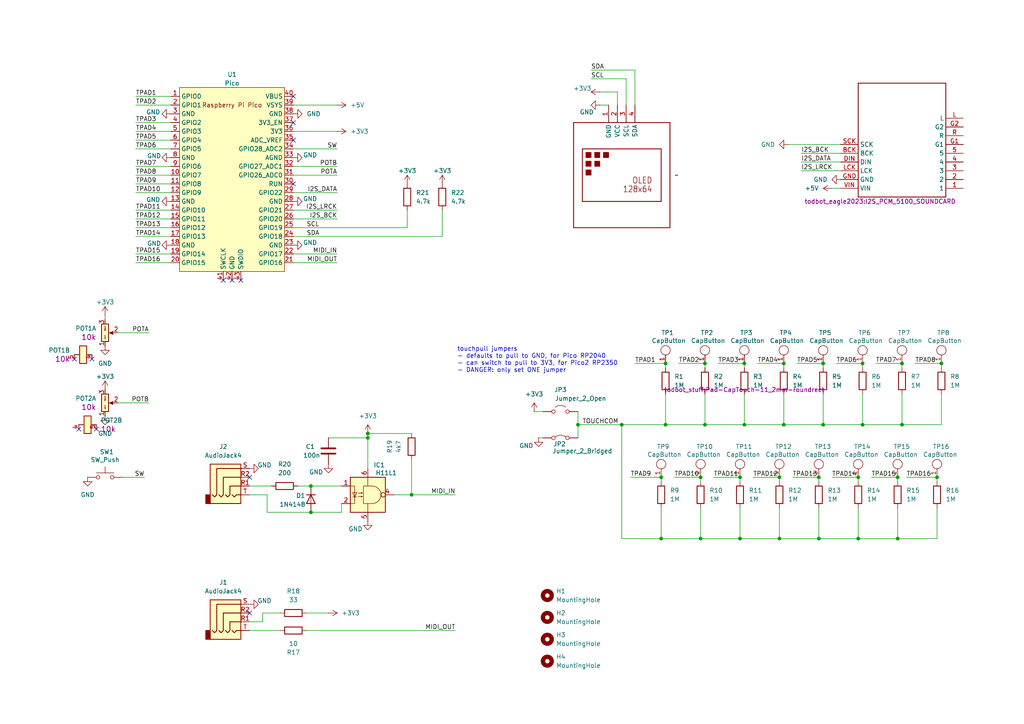
<source format=kicad_sch>
(kicad_sch (version 20250114) (generator "eeschema") (generator_version "9.0")
  (paper "A4")
  (lib_symbols
    (symbol "Connector_Audio:AudioJack4"
      (property "Reference" "J" (at 0 8.89 0))
      (property "Value" "AudioJack4" (at 0 6.35 0))
      (symbol "AudioJack4_1_1"
        (pin passive line (at 5.08 2.54 180) (length 2.54) (name "~") (number "S"))
        (pin passive line (at 5.08 0 180) (length 2.54) (name "~") (number "R2"))
        (pin passive line (at 5.08 -2.54 180) (length 2.54) (name "~") (number "R1"))
        (pin passive line (at 5.08 -5.08 180) (length 2.54) (name "~") (number "T"))
      )
    )
    (symbol "Device:C" (pin_numbers (hide yes)) (pin_names (offset 0.254))
      (property "Reference" "C" (at 0.635 2.54 0))
      (property "Value" "C" (at 0.635 -2.54 0))
      (symbol "C_1_1"
        (pin passive line (at 0 3.81 270) (length 2.794) (name "~") (number "1"))
        (pin passive line (at 0 -3.81 90) (length 2.794) (name "~") (number "2"))
      )
    )
    (symbol "Device:D" (pin_numbers (hide yes)) (pin_names (offset 1.016) (hide yes))
      (property "Reference" "D" (at 0 2.54 0))
      (property "Value" "D" (at 0 -2.54 0))
      (symbol "D_1_1"
        (pin passive line (at -3.81 0 0) (length 2.54) (name "K") (number "1"))
        (pin passive line (at 3.81 0 180) (length 2.54) (name "A") (number "2"))
      )
    )
    (symbol "Device:R" (pin_numbers (hide yes)) (pin_names (offset 0))
      (property "Reference" "R" (at 2.032 0 90))
      (property "Value" "R" (at 0 0 90))
      (symbol "R_1_1"
        (pin passive line (at 0 3.81 270) (length 1.27) (name "~") (number "1"))
        (pin passive line (at 0 -3.81 90) (length 1.27) (name "~") (number "2"))
      )
    )
    (symbol "Isolator:H11L1" (pin_names (offset 1.016))
      (property "Reference" "U" (at 1.27 8.89 0))
      (property "Value" "H11L1" (at 1.27 6.35 0))
      (symbol "H11L1_1_1"
        (pin passive line (at -7.62 2.54 0) (length 2.54) (name "~") (number "1"))
        (pin passive line (at -7.62 -2.54 0) (length 2.54) (name "~") (number "2"))
        (pin no_connect line (at -5.08 0 0) (length 2.54) (hide yes) (name "~") (number "3"))
        (pin power_in line (at 0 7.62 270) (length 2.54) (name "~") (number "6"))
        (pin power_in line (at 0 -7.62 90) (length 2.54) (name "~") (number "5"))
        (pin output inverted (at 7.62 0 180) (length 3.81) (name "~") (number "4"))
      )
    )
    (symbol "Jumper:Jumper_2_Bridged" (pin_numbers (hide yes)) (pin_names (offset 0) (hide yes))
      (property "Reference" "JP" (at 0 1.905 0))
      (property "Value" "Jumper_2_Bridged" (at 0 -2.54 0))
      (symbol "Jumper_2_Bridged_1_1"
        (pin passive line (at -5.08 0 0) (length 2.54) (name "A") (number "1"))
        (pin passive line (at 5.08 0 180) (length 2.54) (name "B") (number "2"))
      )
    )
    (symbol "Jumper:Jumper_2_Open" (pin_numbers (hide yes)) (pin_names (offset 0) (hide yes))
      (property "Reference" "JP" (at 0 2.794 0))
      (property "Value" "Jumper_2_Open" (at 0 -2.286 0))
      (symbol "Jumper_2_Open_1_1"
        (pin passive line (at -5.08 0 0) (length 2.54) (name "A") (number "1"))
        (pin passive line (at 5.08 0 180) (length 2.54) (name "B") (number "2"))
      )
    )
    (symbol "Mechanical:MountingHole" (pin_names (offset 1.016)) (in_bom no)
      (property "Reference" "H" (at 0 5.08 0))
      (property "Value" "MountingHole" (at 0 3.175 0))
    )
    (symbol "PCM_4ms_Potentiometer:9mm_NoDet_10k_DShaft" (pin_names (offset 1.016) (hide yes))
      (property "Reference" "POT" (at -4.572 -0.127 90))
      (property "Display" "10k" (at -2.794 0 90))
      (symbol "9mm_NoDet_10k_DShaft_1_1"
        (text "Left/1" (at 0 1.27 900) (effects (font (size 0.254 0.254))))
        (text "Right/3" (at 0 -1.27 900) (effects (font (size 0.254 0.254))))
        (pin passive line (at 0 3.81 270) (length 1.27) (name "Left") (number "1"))
        (pin passive line (at 0 -3.81 90) (length 1.27) (name "Right") (number "3"))
        (pin passive line (at 3.81 0 180) (length 1.27) (name "Center") (number "2"))
      )
      (symbol "9mm_NoDet_10k_DShaft_2_1"
        (pin passive line (at -2.54 -1.27 90) (length 1.27) (name "Tab1") (number "4"))
        (pin passive line (at 2.54 -1.27 90) (length 1.27) (name "Tab2") (number "5"))
      )
    )
    (symbol "Switch:SW_Push" (pin_numbers (hide yes)) (pin_names (offset 1.016) (hide yes))
      (property "Reference" "SW" (at 1.27 2.54 0))
      (property "Value" "SW_Push" (at 0 -1.524 0))
      (symbol "SW_Push_0_1"
        (pin passive line (at -5.08 0 0) (length 2.54) (name "1") (number "1"))
        (pin passive line (at 5.08 0 180) (length 2.54) (name "2") (number "2"))
      )
    )
    (symbol "power:+3V3" (power) (pin_numbers (hide yes)) (pin_names (offset 0) (hide yes))
      (property "Value" "+3V3" (at 0 3.556 0))
      (symbol "+3V3_1_1"
        (pin power_in line (at 0 0 90) (length 0) (name "~") (number "1"))
      )
    )
    (symbol "power:+5V" (power) (pin_numbers (hide yes)) (pin_names (offset 0) (hide yes))
      (property "Value" "+5V" (at 0 3.556 0))
      (symbol "+5V_1_1"
        (pin power_in line (at 0 0 90) (length 0) (name "~") (number "1"))
      )
    )
    (symbol "power:GND" (power) (pin_numbers (hide yes)) (pin_names (offset 0) (hide yes))
      (property "Value" "GND" (at 0 -3.81 0))
      (symbol "GND_1_1"
        (pin power_in line (at 0 0 270) (length 0) (name "~") (number "1"))
      )
    )
    (symbol "todbot_eagle2023:DISPLAY-OLED-128X64-I2CTOD"
      (symbol "DISPLAY-OLED-128X64-I2CTOD_1_0"
        (text "OLED" (at 7.62 -2.54 0) (effects (font (size 1.778 1.5113)) (justify right bottom)))
        (text "128x64" (at 7.62 -5.08 0) (effects (font (size 1.778 1.5113)) (justify right bottom)))
        (pin power_in line (at -5.08 20.32 270) (length 5.08) (name "GND") (number "1"))
        (pin power_in line (at -2.54 20.32 270) (length 5.08) (name "VCC") (number "2"))
        (pin bidirectional line (at 0 20.32 270) (length 5.08) (name "SCL") (number "3"))
        (pin bidirectional line (at 2.54 20.32 270) (length 5.08) (name "SDA") (number "4"))
      )
    )
    (symbol "todbot_eagle2023:I2S_PCM_51XX_SOUNDCARD"
      (symbol "I2S_PCM_51XX_SOUNDCARD_1_0"
        (pin bidirectional line (at -5.08 15.24 0) (length 5.08) (name "SCK") (number "SCK"))
        (pin bidirectional line (at -5.08 12.7 0) (length 5.08) (name "BCK") (number "BCK"))
        (pin bidirectional line (at -5.08 10.16 0) (length 5.08) (name "DIN") (number "DIN"))
        (pin bidirectional line (at -5.08 7.62 0) (length 5.08) (name "LCK") (number "LCK"))
        (pin bidirectional line (at -5.08 5.08 0) (length 5.08) (name "GND") (number "GND"))
        (pin bidirectional line (at -5.08 2.54 0) (length 5.08) (name "VIN") (number "VIN"))
        (pin bidirectional line (at 30.48 22.86 180) (length 5.08) (name "L") (number "L"))
        (pin bidirectional line (at 30.48 20.32 180) (length 5.08) (name "G2") (number "G2"))
        (pin bidirectional line (at 30.48 17.78 180) (length 5.08) (name "R") (number "R"))
        (pin bidirectional line (at 30.48 15.24 180) (length 5.08) (name "G1") (number "G1"))
        (pin bidirectional line (at 30.48 12.7 180) (length 5.08) (name "5") (number "5"))
        (pin bidirectional line (at 30.48 10.16 180) (length 5.08) (name "4") (number "4"))
        (pin bidirectional line (at 30.48 7.62 180) (length 5.08) (name "3") (number "3"))
        (pin bidirectional line (at 30.48 5.08 180) (length 5.08) (name "2") (number "2"))
        (pin bidirectional line (at 30.48 2.54 180) (length 5.08) (name "1") (number "1"))
      )
    )
    (symbol "todbot_stuff:Capacitive_Button" (pin_names (offset 0) (hide yes))
      (property "Reference" "SW" (at 0 6.35 0))
      (property "Value" "Capacitive_Button" (at 0 -2.54 0))
      (symbol "Capacitive_Button_1_1"
        (pin passive line (at 0 0 90) (length 2.54) (name "A") (number "1"))
      )
    )
    (symbol "todbot_stuff:Pico"
      (property "Reference" "U" (at -13.97 27.94 0))
      (property "Value" "Pico" (at 0 19.05 0))
      (symbol "Pico_0_0"
        (text "Raspberry Pi Pico" (at 0 21.59 0) (effects (font (size 1.27 1.27))))
      )
      (symbol "Pico_1_1"
        (pin bidirectional line (at -17.78 24.13 0) (length 2.54) (name "GPIO0") (number "1"))
        (pin bidirectional line (at -17.78 21.59 0) (length 2.54) (name "GPIO1") (number "2"))
        (pin power_in line (at -17.78 19.05 0) (length 2.54) (name "GND") (number "3"))
        (pin bidirectional line (at -17.78 16.51 0) (length 2.54) (name "GPIO2") (number "4"))
        (pin bidirectional line (at -17.78 13.97 0) (length 2.54) (name "GPIO3") (number "5"))
        (pin bidirectional line (at -17.78 11.43 0) (length 2.54) (name "GPIO4") (number "6"))
        (pin bidirectional line (at -17.78 8.89 0) (length 2.54) (name "GPIO5") (number "7"))
        (pin power_in line (at -17.78 6.35 0) (length 2.54) (name "GND") (number "8"))
        (pin bidirectional line (at -17.78 3.81 0) (length 2.54) (name "GPIO6") (number "9"))
        (pin bidirectional line (at -17.78 1.27 0) (length 2.54) (name "GPIO7") (number "10"))
        (pin bidirectional line (at -17.78 -1.27 0) (length 2.54) (name "GPIO8") (number "11"))
        (pin bidirectional line (at -17.78 -3.81 0) (length 2.54) (name "GPIO9") (number "12"))
        (pin power_in line (at -17.78 -6.35 0) (length 2.54) (name "GND") (number "13"))
        (pin bidirectional line (at -17.78 -8.89 0) (length 2.54) (name "GPIO10") (number "14"))
        (pin bidirectional line (at -17.78 -11.43 0) (length 2.54) (name "GPIO11") (number "15"))
        (pin bidirectional line (at -17.78 -13.97 0) (length 2.54) (name "GPIO12") (number "16"))
        (pin bidirectional line (at -17.78 -16.51 0) (length 2.54) (name "GPIO13") (number "17"))
        (pin power_in line (at -17.78 -19.05 0) (length 2.54) (name "GND") (number "18"))
        (pin bidirectional line (at -17.78 -21.59 0) (length 2.54) (name "GPIO14") (number "19"))
        (pin bidirectional line (at -17.78 -24.13 0) (length 2.54) (name "GPIO15") (number "20"))
        (pin input line (at -2.54 -29.21 90) (length 2.54) (name "SWCLK") (number "41"))
        (pin power_in line (at 0 -29.21 90) (length 2.54) (name "GND") (number "42"))
        (pin bidirectional line (at 2.54 -29.21 90) (length 2.54) (name "SWDIO") (number "43"))
        (pin power_in line (at 17.78 24.13 180) (length 2.54) (name "VBUS") (number "40"))
        (pin power_in line (at 17.78 21.59 180) (length 2.54) (name "VSYS") (number "39"))
        (pin power_in line (at 17.78 19.05 180) (length 2.54) (name "GND") (number "38"))
        (pin input line (at 17.78 16.51 180) (length 2.54) (name "3V3_EN") (number "37"))
        (pin power_out line (at 17.78 13.97 180) (length 2.54) (name "3V3") (number "36"))
        (pin power_in line (at 17.78 11.43 180) (length 2.54) (name "ADC_VREF") (number "35"))
        (pin bidirectional line (at 17.78 8.89 180) (length 2.54) (name "GPIO28_ADC2") (number "34"))
        (pin power_in line (at 17.78 6.35 180) (length 2.54) (name "AGND") (number "33"))
        (pin bidirectional line (at 17.78 3.81 180) (length 2.54) (name "GPIO27_ADC1") (number "32"))
        (pin bidirectional line (at 17.78 1.27 180) (length 2.54) (name "GPIO26_ADC0") (number "31"))
        (pin input line (at 17.78 -1.27 180) (length 2.54) (name "RUN") (number "30"))
        (pin bidirectional line (at 17.78 -3.81 180) (length 2.54) (name "GPIO22") (number "29"))
        (pin power_in line (at 17.78 -6.35 180) (length 2.54) (name "GND") (number "28"))
        (pin bidirectional line (at 17.78 -8.89 180) (length 2.54) (name "GPIO21") (number "27"))
        (pin bidirectional line (at 17.78 -11.43 180) (length 2.54) (name "GPIO20") (number "26"))
        (pin bidirectional line (at 17.78 -13.97 180) (length 2.54) (name "GPIO19") (number "25"))
        (pin bidirectional line (at 17.78 -16.51 180) (length 2.54) (name "GPIO18") (number "24"))
        (pin power_in line (at 17.78 -19.05 180) (length 2.54) (name "GND") (number "23"))
        (pin bidirectional line (at 17.78 -21.59 180) (length 2.54) (name "GPIO17") (number "22"))
        (pin bidirectional line (at 17.78 -24.13 180) (length 2.54) (name "GPIO16") (number "21"))
      )
    )
  )
  (text "touchpull jumpers\n- defaults to pull to GND, for Pico RP2040\n- can switch to pull to 3V3, for Pico2 RP2350\n- DANGER: only set ONE jumper" (at 132.588 100.584 0) (effects (font (size 1.27 1.27)) (justify left top)))
  (junction (at 214.63 156.21))
  (junction (at 261.62 123.19))
  (junction (at 204.47 123.19))
  (junction (at 180.34 123.19))
  (junction (at 261.62 105.41))
  (junction (at 227.33 105.41))
  (junction (at 214.63 138.43))
  (junction (at 106.68 127))
  (junction (at 215.9 105.41))
  (junction (at 238.76 105.41))
  (junction (at 260.35 138.43))
  (junction (at 237.49 156.21))
  (junction (at 191.77 156.21))
  (junction (at 90.17 140.97))
  (junction (at 119.38 143.51))
  (junction (at 250.19 123.19))
  (junction (at 90.17 148.59))
  (junction (at 248.92 156.21))
  (junction (at 260.35 156.21))
  (junction (at 193.04 105.41))
  (junction (at 215.9 123.19))
  (junction (at 271.78 138.43))
  (junction (at 273.05 105.41))
  (junction (at 237.49 138.43))
  (junction (at 227.33 123.19))
  (junction (at 248.92 138.43))
  (junction (at 203.2 156.21))
  (junction (at 167.64 123.19))
  (junction (at 238.76 123.19))
  (junction (at 226.06 156.21))
  (junction (at 106.68 125.73))
  (junction (at 203.2 138.43))
  (junction (at 250.19 105.41))
  (junction (at 204.47 105.41))
  (junction (at 193.04 123.19))
  (junction (at 191.77 138.43))
  (junction (at 226.06 138.43))
  (no_connect (at 26.67 104.14))
  (no_connect (at 21.59 104.14))
  (no_connect (at 85.09 40.64))
  (no_connect (at 72.39 177.8))
  (no_connect (at 85.09 27.94))
  (no_connect (at 85.09 53.34))
  (no_connect (at 72.39 138.43))
  (no_connect (at 27.94 124.46))
  (no_connect (at 22.86 124.46))
  (no_connect (at 67.31 81.28))
  (no_connect (at 64.77 81.28))
  (no_connect (at 85.09 35.56))
  (no_connect (at 69.85 81.28))
  (wire (pts (xy 204.47 123.19) (xy 193.04 123.19)))
  (wire (pts (xy 85.09 55.88) (xy 97.79 55.88)))
  (wire (pts (xy 226.06 138.43) (xy 226.06 139.7)))
  (wire (pts (xy 260.35 147.32) (xy 260.35 156.21)))
  (wire (pts (xy 72.39 182.88) (xy 81.28 182.88)))
  (wire (pts (xy 39.37 30.48) (xy 49.53 30.48)))
  (wire (pts (xy 77.47 143.51) (xy 72.39 143.51)))
  (wire (pts (xy 180.34 123.19) (xy 193.04 123.19)))
  (wire (pts (xy 85.09 73.66) (xy 97.79 73.66)))
  (wire (pts (xy 119.38 133.35) (xy 119.38 143.51)))
  (wire (pts (xy 85.09 66.04) (xy 118.11 66.04)))
  (wire (pts (xy 237.49 138.43) (xy 237.49 139.7)))
  (wire (pts (xy 90.17 140.97) (xy 99.06 140.97)))
  (wire (pts (xy 214.63 156.21) (xy 226.06 156.21)))
  (wire (pts (xy 214.63 138.43) (xy 214.63 139.7)))
  (wire (pts (xy 85.09 30.48) (xy 97.79 30.48)))
  (wire (pts (xy 232.41 46.99) (xy 243.84 46.99)))
  (wire (pts (xy 191.77 156.21) (xy 180.34 156.21)))
  (wire (pts (xy 184.15 30.48) (xy 184.15 20.32)))
  (wire (pts (xy 72.39 140.97) (xy 78.74 140.97)))
  (wire (pts (xy 219.71 105.41) (xy 227.33 105.41)))
  (wire (pts (xy 207.01 138.43) (xy 214.63 138.43)))
  (wire (pts (xy 180.34 156.21) (xy 180.34 123.19)))
  (wire (pts (xy 260.35 156.21) (xy 271.78 156.21)))
  (wire (pts (xy 262.89 138.43) (xy 271.78 138.43)))
  (wire (pts (xy 229.87 138.43) (xy 237.49 138.43)))
  (wire (pts (xy 85.09 63.5) (xy 97.79 63.5)))
  (wire (pts (xy 39.37 48.26) (xy 49.53 48.26)))
  (wire (pts (xy 85.09 76.2) (xy 97.79 76.2)))
  (wire (pts (xy 227.33 123.19) (xy 238.76 123.19)))
  (wire (pts (xy 260.35 138.43) (xy 260.35 139.7)))
  (wire (pts (xy 208.28 105.41) (xy 215.9 105.41)))
  (wire (pts (xy 119.38 143.51) (xy 132.08 143.51)))
  (wire (pts (xy 204.47 114.3) (xy 204.47 123.19)))
  (wire (pts (xy 273.05 114.3) (xy 273.05 123.19)))
  (wire (pts (xy 106.68 125.73) (xy 106.68 127)))
  (wire (pts (xy 237.49 147.32) (xy 237.49 156.21)))
  (wire (pts (xy 106.68 127) (xy 106.68 135.89)))
  (wire (pts (xy 99.06 148.59) (xy 99.06 146.05)))
  (wire (pts (xy 88.9 177.8) (xy 95.25 177.8)))
  (wire (pts (xy 39.37 60.96) (xy 49.53 60.96)))
  (wire (pts (xy 252.73 138.43) (xy 260.35 138.43)))
  (wire (pts (xy 77.47 148.59) (xy 77.47 143.51)))
  (wire (pts (xy 227.33 105.41) (xy 227.33 106.68)))
  (wire (pts (xy 203.2 147.32) (xy 203.2 156.21)))
  (wire (pts (xy 242.57 105.41) (xy 250.19 105.41)))
  (wire (pts (xy 88.9 182.88) (xy 132.08 182.88)))
  (wire (pts (xy 171.45 22.86) (xy 181.61 22.86)))
  (wire (pts (xy 232.41 49.53) (xy 243.84 49.53)))
  (wire (pts (xy 39.37 43.18) (xy 49.53 43.18)))
  (wire (pts (xy 114.3 143.51) (xy 119.38 143.51)))
  (wire (pts (xy 214.63 147.32) (xy 214.63 156.21)))
  (wire (pts (xy 182.88 138.43) (xy 191.77 138.43)))
  (wire (pts (xy 85.09 48.26) (xy 97.79 48.26)))
  (wire (pts (xy 43.18 116.84) (xy 34.29 116.84)))
  (wire (pts (xy 39.37 53.34) (xy 49.53 53.34)))
  (wire (pts (xy 227.33 114.3) (xy 227.33 123.19)))
  (wire (pts (xy 128.27 68.58) (xy 128.27 60.96)))
  (wire (pts (xy 204.47 105.41) (xy 204.47 106.68)))
  (wire (pts (xy 271.78 147.32) (xy 271.78 156.21)))
  (wire (pts (xy 215.9 123.19) (xy 227.33 123.19)))
  (wire (pts (xy 30.48 91.44) (xy 30.48 92.71)))
  (wire (pts (xy 39.37 27.94) (xy 49.53 27.94)))
  (wire (pts (xy 72.39 180.34) (xy 76.2 180.34)))
  (wire (pts (xy 76.2 177.8) (xy 81.28 177.8)))
  (wire (pts (xy 154.94 119.38) (xy 157.48 119.38)))
  (wire (pts (xy 41.91 138.43) (xy 35.56 138.43)))
  (wire (pts (xy 173.99 26.67) (xy 179.07 26.67)))
  (wire (pts (xy 39.37 68.58) (xy 49.53 68.58)))
  (wire (pts (xy 156.21 127) (xy 157.48 127)))
  (wire (pts (xy 261.62 105.41) (xy 261.62 106.68)))
  (wire (pts (xy 196.85 105.41) (xy 204.47 105.41)))
  (wire (pts (xy 39.37 40.64) (xy 49.53 40.64)))
  (wire (pts (xy 241.3 138.43) (xy 248.92 138.43)))
  (wire (pts (xy 261.62 123.19) (xy 250.19 123.19)))
  (wire (pts (xy 214.63 156.21) (xy 203.2 156.21)))
  (wire (pts (xy 184.15 105.41) (xy 193.04 105.41)))
  (wire (pts (xy 85.09 60.96) (xy 97.79 60.96)))
  (wire (pts (xy 195.58 138.43) (xy 203.2 138.43)))
  (wire (pts (xy 228.6 41.91) (xy 243.84 41.91)))
  (wire (pts (xy 232.41 44.45) (xy 243.84 44.45)))
  (wire (pts (xy 106.68 125.73) (xy 119.38 125.73)))
  (wire (pts (xy 203.2 156.21) (xy 191.77 156.21)))
  (wire (pts (xy 250.19 114.3) (xy 250.19 123.19)))
  (wire (pts (xy 118.11 66.04) (xy 118.11 60.96)))
  (wire (pts (xy 248.92 156.21) (xy 237.49 156.21)))
  (wire (pts (xy 238.76 105.41) (xy 238.76 106.68)))
  (wire (pts (xy 167.64 123.19) (xy 180.34 123.19)))
  (wire (pts (xy 203.2 138.43) (xy 203.2 139.7)))
  (wire (pts (xy 39.37 66.04) (xy 49.53 66.04)))
  (wire (pts (xy 193.04 114.3) (xy 193.04 123.19)))
  (wire (pts (xy 39.37 73.66) (xy 49.53 73.66)))
  (wire (pts (xy 261.62 114.3) (xy 261.62 123.19)))
  (wire (pts (xy 250.19 123.19) (xy 238.76 123.19)))
  (wire (pts (xy 171.45 20.32) (xy 184.15 20.32)))
  (wire (pts (xy 271.78 138.43) (xy 271.78 139.7)))
  (wire (pts (xy 39.37 50.8) (xy 49.53 50.8)))
  (wire (pts (xy 76.2 180.34) (xy 76.2 177.8)))
  (wire (pts (xy 39.37 76.2) (xy 49.53 76.2)))
  (wire (pts (xy 231.14 105.41) (xy 238.76 105.41)))
  (wire (pts (xy 86.36 140.97) (xy 90.17 140.97)))
  (wire (pts (xy 85.09 38.1) (xy 97.79 38.1)))
  (wire (pts (xy 250.19 105.41) (xy 250.19 106.68)))
  (wire (pts (xy 85.09 43.18) (xy 97.79 43.18)))
  (wire (pts (xy 85.09 68.58) (xy 128.27 68.58)))
  (wire (pts (xy 193.04 105.41) (xy 193.04 106.68)))
  (wire (pts (xy 39.37 63.5) (xy 49.53 63.5)))
  (wire (pts (xy 215.9 105.41) (xy 215.9 106.68)))
  (wire (pts (xy 273.05 105.41) (xy 273.05 106.68)))
  (wire (pts (xy 215.9 114.3) (xy 215.9 123.19)))
  (wire (pts (xy 191.77 147.32) (xy 191.77 156.21)))
  (wire (pts (xy 34.29 96.52) (xy 43.18 96.52)))
  (wire (pts (xy 39.37 55.88) (xy 49.53 55.88)))
  (wire (pts (xy 191.77 138.43) (xy 191.77 139.7)))
  (wire (pts (xy 181.61 30.48) (xy 181.61 22.86)))
  (wire (pts (xy 218.44 138.43) (xy 226.06 138.43)))
  (wire (pts (xy 226.06 156.21) (xy 237.49 156.21)))
  (wire (pts (xy 248.92 147.32) (xy 248.92 156.21)))
  (wire (pts (xy 167.64 127) (xy 167.64 123.19)))
  (wire (pts (xy 85.09 50.8) (xy 97.79 50.8)))
  (wire (pts (xy 226.06 147.32) (xy 226.06 156.21)))
  (wire (pts (xy 260.35 156.21) (xy 248.92 156.21)))
  (wire (pts (xy 265.43 105.41) (xy 273.05 105.41)))
  (wire (pts (xy 248.92 138.43) (xy 248.92 139.7)))
  (wire (pts (xy 179.07 26.67) (xy 179.07 30.48)))
  (wire (pts (xy 90.17 148.59) (xy 77.47 148.59)))
  (wire (pts (xy 215.9 123.19) (xy 204.47 123.19)))
  (wire (pts (xy 173.99 30.48) (xy 176.53 30.48)))
  (wire (pts (xy 95.25 127) (xy 106.68 127)))
  (wire (pts (xy 261.62 123.19) (xy 273.05 123.19)))
  (wire (pts (xy 99.06 148.59) (xy 90.17 148.59)))
  (wire (pts (xy 241.3 54.61) (xy 243.84 54.61)))
  (wire (pts (xy 39.37 38.1) (xy 49.53 38.1)))
  (wire (pts (xy 254 105.41) (xy 261.62 105.41)))
  (wire (pts (xy 167.64 123.19) (xy 167.64 119.38)))
  (wire (pts (xy 39.37 35.56) (xy 49.53 35.56)))
  (wire (pts (xy 238.76 114.3) (xy 238.76 123.19)))
  (label "TPAD12" (at 218.44 138.43 0))
  (label "SDA" (at 171.45 20.32 0))
  (label "TPAD1" (at 184.15 105.41 0))
  (label "TPAD7" (at 39.37 48.26 0))
  (label "TPAD16" (at 39.37 76.2 0))
  (label "TPAD9" (at 182.88 138.43 0))
  (label "TPAD15" (at 39.37 73.66 0))
  (label "TPAD4" (at 39.37 38.1 0))
  (label "TPAD9" (at 39.37 53.34 0))
  (label "TPAD16" (at 262.89 138.43 0))
  (label "I2S_LRCK" (at 232.41 49.53 0))
  (label "MIDI_IN" (at 132.08 143.51 180))
  (label "TPAD14" (at 39.37 68.58 0))
  (label "TPAD6" (at 242.57 105.41 0))
  (label "TPAD15" (at 252.73 138.43 0))
  (label "MIDI_IN" (at 97.79 73.66 180))
  (label "TOUCHCOM" (at 168.91 123.19 0))
  (label "POTA" (at 97.79 50.8 180))
  (label "MIDI_OUT" (at 132.08 182.88 180))
  (label "TPAD5" (at 231.14 105.41 0))
  (label "TPAD10" (at 195.58 138.43 0))
  (label "TPAD2" (at 196.85 105.41 0))
  (label "SDA" (at 88.9 68.58 0))
  (label "SCL" (at 171.45 22.86 0))
  (label "TPAD5" (at 39.37 40.64 0))
  (label "TPAD12" (at 39.37 63.5 0))
  (label "I2S_LRCK" (at 97.79 60.96 180))
  (label "TPAD6" (at 39.37 43.18 0))
  (label "SCL" (at 88.9 66.04 0))
  (label "I2S_BCK" (at 232.41 44.45 0))
  (label "I2S_DATA" (at 232.41 46.99 0))
  (label "SW" (at 97.79 43.18 180))
  (label "TPAD1" (at 39.37 27.94 0))
  (label "POTB" (at 97.79 48.26 180))
  (label "I2S_DATA" (at 97.79 55.88 180))
  (label "TPAD8" (at 265.43 105.41 0))
  (label "TPAD13" (at 39.37 66.04 0))
  (label "SW" (at 41.91 138.43 180))
  (label "TPAD7" (at 254 105.41 0))
  (label "TPAD11" (at 207.01 138.43 0))
  (label "TPAD3" (at 208.28 105.41 0))
  (label "TPAD4" (at 219.71 105.41 0))
  (label "TPAD10" (at 39.37 55.88 0))
  (label "TPAD11" (at 39.37 60.96 0))
  (label "TPAD13" (at 229.87 138.43 0))
  (label "TPAD2" (at 39.37 30.48 0))
  (label "POTB" (at 43.18 116.84 180))
  (label "I2S_BCK" (at 97.79 63.5 180))
  (label "TPAD14" (at 241.3 138.43 0))
  (label "TPAD8" (at 39.37 50.8 0))
  (label "MIDI_OUT" (at 97.79 76.2 180))
  (label "TPAD3" (at 39.37 35.56 0))
  (label "POTA" (at 43.18 96.52 180))
  (symbol (lib_id "power:GND") (at 72.39 175.26 90) (unit 1)
    (property "Reference" "#PWR021" (effects (hide yes)))
    (property "Value" "GND" (at 74.676 174.244 90) (effects (justify right)))
    (property "Description" "Power symbol creates a global label with name \"GND\" , ground" (effects (hide yes)))
  )
  (symbol (lib_id "power:+3V3") (at 173.99 26.67 90) (unit 1)
    (property "Reference" "#PWR017" (effects (hide yes)))
    (property "Value" "+3V3" (at 168.91 25.654 90))
    (property "Description" "Power symbol creates a global label with name \"+3V3\"" (effects (hide yes)))
  )
  (symbol (lib_id "power:+3V3") (at 95.25 177.8 270) (unit 1)
    (property "Reference" "#PWR023" (effects (hide yes)))
    (property "Value" "+3V3" (at 99.06 177.7999 90) (effects (justify left)))
    (property "Description" "Power symbol creates a global label with name \"+3V3\"" (effects (hide yes)))
  )
  (symbol (lib_id "PCM_4ms_Potentiometer:9mm_NoDet_10k_DShaft") (at 25.4 123.19 0) (unit 2)
    (property "Reference" "POT2" (at 29.21 121.9199 0) (effects (justify left)))
    (property "Value" "9mm_NoDet_10k_DShaft" (effects (hide yes)))
    (property "Footprint" "4ms_Potentiometer:Pot_9mm_DShaft" (effects (hide yes)))
    (property "Description" "10k Linear, 9mm pot, No Detent, D-Shaft" (effects (hide yes)))
    (property "Specifications" "10k Linear, 9mm pot, No Detent, D-Shaft" (effects (hide yes)))
    (property "Manufacturer" " Alpha Taiwan " (effects (hide yes)))
    (property "Part Number" " RV09BCF-40-25F-B10K-007 " (effects (hide yes)))
    (property "Display" "10k" (at 29.21 124.4599 0) (effects (font (size 1.524 1.524)) (justify left)))
  )
  (symbol (lib_id "Connector_Audio:AudioJack4") (at 67.31 177.8 0) (unit 1)
    (property "Reference" "J1" (at 64.77 168.91 0))
    (property "Value" "AudioJack4" (at 64.77 171.45 0))
    (property "Footprint" "todbot_stuff:Jack_3.5mm_PJ320D_Horizontal" (effects (hide yes)))
    (property "Description" "Audio Jack, 4 Poles (TRRS)" (effects (hide yes)))
    (property "LCSC" "C431535" (effects (hide yes)))
  )
  (symbol (lib_id "PCM_4ms_Potentiometer:9mm_NoDet_10k_DShaft") (at 24.13 102.87 0) (mirror y) (unit 2)
    (property "Reference" "POT1" (at 20.32 101.5999 0) (effects (justify left)))
    (property "Value" "9mm_NoDet_10k_DShaft" (effects (hide yes)))
    (property "Footprint" "4ms_Potentiometer:Pot_9mm_DShaft" (effects (hide yes)))
    (property "Description" "10k Linear, 9mm pot, No Detent, D-Shaft" (effects (hide yes)))
    (property "Specifications" "10k Linear, 9mm pot, No Detent, D-Shaft" (effects (hide yes)))
    (property "Manufacturer" " Alpha Taiwan " (effects (hide yes)))
    (property "Part Number" " RV09BCF-40-25F-B10K-007 " (effects (hide yes)))
    (property "Display" "10k" (at 20.32 104.1399 0) (effects (font (size 1.524 1.524)) (justify left)))
  )
  (symbol (lib_id "Mechanical:MountingHole") (at 158.75 191.77 0) (unit 1) (in_bom no)
    (property "Reference" "H4" (at 161.29 190.4999 0) (effects (justify left)))
    (property "Value" "MountingHole" (at 161.29 193.0399 0) (effects (justify left)))
    (property "Footprint" "MountingHole:MountingHole_2.7mm_M2.5" (effects (hide yes)))
    (property "Description" "Mounting Hole without connection" (effects (hide yes)))
  )
  (symbol (lib_id "power:+3V3") (at 97.79 38.1 270) (unit 1)
    (property "Reference" "#PWR010" (effects (hide yes)))
    (property "Value" "+3V3" (at 101.6 38.0999 90) (effects (justify left)))
    (property "Description" "Power symbol creates a global label with name \"+3V3\"" (effects (hide yes)))
  )
  (symbol (lib_id "power:GND") (at 85.09 45.72 90) (unit 1)
    (property "Reference" "#PWR06" (effects (hide yes)))
    (property "Value" "GND" (at 87.884 44.958 90) (effects (justify right)))
    (property "Description" "Power symbol creates a global label with name \"GND\" , ground" (effects (hide yes)))
  )
  (symbol (lib_id "todbot_stuff:Capacitive_Button") (at 203.2 138.43 0) (unit 1)
    (property "Reference" "TP10" (at 201.93 129.54 0) (effects (justify left)))
    (property "Value" "CapButton" (at 199.136 131.826 0) (effects (justify left)))
    (property "Footprint" "todbot_stuff:Pad-CapTouch-11_2mm-roundrect" (effects (hide yes)))
    (property "Description" "Capacitive touch pad" (effects (hide yes)))
  )
  (symbol (lib_id "power:+3V3") (at 30.48 91.44 0) (mirror y) (unit 1)
    (property "Reference" "#PWR013" (effects (hide yes)))
    (property "Value" "+3V3" (at 30.48 87.63 0))
    (property "Description" "Power symbol creates a global label with name \"+3V3\"" (effects (hide yes)))
  )
  (symbol (lib_id "todbot_eagle2023:I2S_PCM_51XX_SOUNDCARD") (at 248.92 57.15 0) (unit 1)
    (property "Reference" "MODULE1" (effects (hide yes)))
    (property "Footprint" "todbot_eagle2023:I2S_PCM_5100_SOUNDCARD" (at 255.27 58.42 0))
  )
  (symbol (lib_id "todbot_stuff:Capacitive_Button") (at 248.92 138.43 0) (unit 1)
    (property "Reference" "TP14" (at 247.65 129.54 0) (effects (justify left)))
    (property "Value" "CapButton" (at 244.856 131.826 0) (effects (justify left)))
    (property "Footprint" "todbot_stuff:Pad-CapTouch-11_2mm-roundrect" (effects (hide yes)))
    (property "Description" "Capacitive touch pad" (effects (hide yes)))
  )
  (symbol (lib_id "Device:R") (at 215.9 110.49 0) (unit 1)
    (property "Reference" "R3" (at 218.44 109.2199 0) (effects (justify left)))
    (property "Value" "1M" (at 218.44 111.7599 0) (effects (justify left)))
    (property "Footprint" "Resistor_SMD:R_0603_1608Metric" (effects (hide yes)))
    (property "Description" "Resistor" (effects (hide yes)))
  )
  (symbol (lib_id "todbot_stuff:Capacitive_Button") (at 261.62 105.41 0) (unit 1)
    (property "Reference" "TP7" (at 260.35 96.52 0) (effects (justify left)))
    (property "Value" "CapButton" (at 257.556 98.806 0) (effects (justify left)))
    (property "Footprint" "todbot_stuff:Pad-CapTouch-11_2mm-roundrect" (effects (hide yes)))
    (property "Description" "Capacitive touch pad" (effects (hide yes)))
  )
  (symbol (lib_id "Device:R") (at 128.27 57.15 0) (unit 1)
    (property "Reference" "R22" (at 130.81 55.8799 0) (effects (justify left)))
    (property "Value" "4.7k" (at 130.81 58.4199 0) (effects (justify left)))
    (property "Footprint" "Resistor_SMD:R_0603_1608Metric" (effects (hide yes)))
    (property "Description" "Resistor" (effects (hide yes)))
  )
  (symbol (lib_id "Device:R") (at 191.77 143.51 0) (unit 1)
    (property "Reference" "R9" (at 194.31 142.2399 0) (effects (justify left)))
    (property "Value" "1M" (at 194.31 144.7799 0) (effects (justify left)))
    (property "Footprint" "Resistor_SMD:R_0603_1608Metric" (effects (hide yes)))
    (property "Description" "Resistor" (effects (hide yes)))
  )
  (symbol (lib_id "todbot_stuff:Capacitive_Button") (at 191.77 138.43 0) (unit 1)
    (property "Reference" "TP9" (at 190.5 129.54 0) (effects (justify left)))
    (property "Value" "CapButton" (at 187.706 131.826 0) (effects (justify left)))
    (property "Footprint" "todbot_stuff:Pad-CapTouch-11_2mm-roundrect" (effects (hide yes)))
    (property "Description" "Capacitive touch pad" (effects (hide yes)))
  )
  (symbol (lib_id "Device:R") (at 203.2 143.51 0) (unit 1)
    (property "Reference" "R10" (at 205.74 142.2399 0) (effects (justify left)))
    (property "Value" "1M" (at 205.74 144.7799 0) (effects (justify left)))
    (property "Footprint" "Resistor_SMD:R_0603_1608Metric" (effects (hide yes)))
    (property "Description" "Resistor" (effects (hide yes)))
  )
  (symbol (lib_id "todbot_stuff:Capacitive_Button") (at 193.04 105.41 0) (unit 1)
    (property "Reference" "TP1" (at 191.77 96.52 0) (effects (justify left)))
    (property "Value" "CapButton" (at 188.976 98.806 0) (effects (justify left)))
    (property "Footprint" "todbot_stuff:Pad-CapTouch-11_2mm-roundrect" (effects (hide yes)))
    (property "Description" "Capacitive touch pad" (effects (hide yes)))
  )
  (symbol (lib_id "Connector_Audio:AudioJack4") (at 67.31 138.43 0) (unit 1)
    (property "Reference" "J2" (at 64.77 129.54 0))
    (property "Value" "AudioJack4" (at 64.77 132.08 0))
    (property "Footprint" "todbot_stuff:Jack_3.5mm_PJ320D_Horizontal" (effects (hide yes)))
    (property "Description" "Audio Jack, 4 Poles (TRRS)" (effects (hide yes)))
    (property "LCSC" "C431535" (effects (hide yes)))
  )
  (symbol (lib_id "todbot_stuff:Capacitive_Button") (at 238.76 105.41 0) (unit 1)
    (property "Reference" "TP5" (at 237.49 96.52 0) (effects (justify left)))
    (property "Value" "CapButton" (at 234.696 98.806 0) (effects (justify left)))
    (property "Footprint" "todbot_stuff:Pad-CapTouch-11_2mm-roundrect" (effects (hide yes)))
    (property "Description" "Capacitive touch pad" (effects (hide yes)))
  )
  (symbol (lib_id "Device:R") (at 250.19 110.49 0) (unit 1)
    (property "Reference" "R6" (at 252.73 109.2199 0) (effects (justify left)))
    (property "Value" "1M" (at 252.73 111.7599 0) (effects (justify left)))
    (property "Footprint" "Resistor_SMD:R_0603_1608Metric" (effects (hide yes)))
    (property "Description" "Resistor" (effects (hide yes)))
  )
  (symbol (lib_id "Isolator:H11L1") (at 106.68 143.51 0) (unit 1)
    (property "Reference" "IC1" (at 109.982 134.874 0))
    (property "Value" "H11L1" (at 112.014 137.16 0))
    (property "Footprint" "easyeda2kicad:SMD-6_L7.3-W6.5-P2.54-LS10.2-BL" (effects (hide yes)))
    (property "Datasheet" "https://www.onsemi.com/pub/Collateral/H11L3M-D.PDF" (effects (hide yes)))
    (property "Description" "Schmitt Trigger Output Optocoupler, High Speed, DIP-6, 1.6mA turn on threshold" (effects (hide yes)))
    (property "LCSC" "C78589" (effects (hide yes)))
  )
  (symbol (lib_id "Mechanical:MountingHole") (at 158.75 185.42 0) (unit 1) (in_bom no)
    (property "Reference" "H3" (at 161.29 184.1499 0) (effects (justify left)))
    (property "Value" "MountingHole" (at 161.29 186.6899 0) (effects (justify left)))
    (property "Footprint" "MountingHole:MountingHole_2.7mm_M2.5" (effects (hide yes)))
    (property "Description" "Mounting Hole without connection" (effects (hide yes)))
  )
  (symbol (lib_id "power:GND") (at 85.09 71.12 90) (unit 1)
    (property "Reference" "#PWR08" (effects (hide yes)))
    (property "Value" "GND" (at 87.884 70.358 90) (effects (justify right)))
    (property "Description" "Power symbol creates a global label with name \"GND\" , ground" (effects (hide yes)))
  )
  (symbol (lib_id "Device:R") (at 237.49 143.51 0) (unit 1)
    (property "Reference" "R13" (at 240.03 142.2399 0) (effects (justify left)))
    (property "Value" "1M" (at 240.03 144.7799 0) (effects (justify left)))
    (property "Footprint" "Resistor_SMD:R_0603_1608Metric" (effects (hide yes)))
    (property "Description" "Resistor" (effects (hide yes)))
  )
  (symbol (lib_id "power:GND") (at 25.4 138.43 0) (mirror y) (unit 1)
    (property "Reference" "#PWR015" (effects (hide yes)))
    (property "Value" "GND" (at 25.4 143.51 0))
    (property "Description" "Power symbol creates a global label with name \"GND\" , ground" (effects (hide yes)))
  )
  (symbol (lib_id "Device:R") (at 119.38 129.54 0) (mirror x) (unit 1)
    (property "Reference" "R19" (at 113.03 129.54 90))
    (property "Value" "4k7" (at 115.57 129.54 90))
    (property "Footprint" "Resistor_SMD:R_0603_1608Metric" (effects (hide yes)))
    (property "Description" "Resistor" (effects (hide yes)))
  )
  (symbol (lib_id "Device:R") (at 85.09 182.88 270) (mirror x) (unit 1)
    (property "Reference" "R17" (at 85.09 189.23 90))
    (property "Value" "10" (at 85.09 186.69 90))
    (property "Footprint" "Resistor_SMD:R_0603_1608Metric" (effects (hide yes)))
    (property "Description" "Resistor" (effects (hide yes)))
  )
  (symbol (lib_id "power:GND") (at 30.48 100.33 0) (mirror y) (unit 1)
    (property "Reference" "#PWR014" (effects (hide yes)))
    (property "Value" "GND" (at 30.48 105.41 0))
    (property "Description" "Power symbol creates a global label with name \"GND\" , ground" (effects (hide yes)))
  )
  (symbol (lib_id "power:+5V") (at 97.79 30.48 270) (unit 1)
    (property "Reference" "#PWR09" (effects (hide yes)))
    (property "Value" "+5V" (at 101.6 30.4799 90) (effects (justify left)))
    (property "Description" "Power symbol creates a global label with name \"+5V\"" (effects (hide yes)))
  )
  (symbol (lib_id "todbot_stuff:Capacitive_Button") (at 271.78 138.43 0) (unit 1)
    (property "Reference" "TP16" (at 270.51 129.54 0) (effects (justify left)))
    (property "Value" "CapButton" (at 267.716 131.826 0) (effects (justify left)))
    (property "Footprint" "todbot_stuff:Pad-CapTouch-11_2mm-roundrect" (effects (hide yes)))
    (property "Description" "Capacitive touch pad" (effects (hide yes)))
  )
  (symbol (lib_id "Mechanical:MountingHole") (at 158.75 179.07 0) (unit 1) (in_bom no)
    (property "Reference" "H2" (at 161.29 177.7999 0) (effects (justify left)))
    (property "Value" "MountingHole" (at 161.29 180.3399 0) (effects (justify left)))
    (property "Footprint" "MountingHole:MountingHole_2.7mm_M2.5" (effects (hide yes)))
    (property "Description" "Mounting Hole without connection" (effects (hide yes)))
  )
  (symbol (lib_id "Device:R") (at 260.35 143.51 0) (unit 1)
    (property "Reference" "R15" (at 262.89 142.2399 0) (effects (justify left)))
    (property "Value" "1M" (at 262.89 144.7799 0) (effects (justify left)))
    (property "Footprint" "Resistor_SMD:R_0603_1608Metric" (effects (hide yes)))
    (property "Description" "Resistor" (effects (hide yes)))
  )
  (symbol (lib_id "power:GND") (at 156.21 127 0) (unit 1)
    (property "Reference" "#PWR031" (effects (hide yes)))
    (property "Value" "GND" (at 154.686 129.286 0) (effects (justify right)))
    (property "Description" "Power symbol creates a global label with name \"GND\" , ground" (effects (hide yes)))
  )
  (symbol (lib_id "Device:R") (at 118.11 57.15 0) (unit 1)
    (property "Reference" "R21" (at 120.65 55.8799 0) (effects (justify left)))
    (property "Value" "4.7k" (at 120.65 58.4199 0) (effects (justify left)))
    (property "Footprint" "Resistor_SMD:R_0603_1608Metric" (effects (hide yes)))
    (property "Description" "Resistor" (effects (hide yes)))
  )
  (symbol (lib_id "power:GND") (at 72.39 135.89 90) (unit 1)
    (property "Reference" "#PWR020" (effects (hide yes)))
    (property "Value" "GND" (at 74.676 134.874 90) (effects (justify right)))
    (property "Description" "Power symbol creates a global label with name \"GND\" , ground" (effects (hide yes)))
  )
  (symbol (lib_id "Jumper:Jumper_2_Open") (at 162.56 119.38 0) (unit 1)
    (property "Reference" "JP3" (at 162.56 113.03 0))
    (property "Value" "Jumper_2_Open" (at 168.402 115.57 0))
    (property "Footprint" "Jumper:SolderJumper-2_P1.3mm_Open_RoundedPad1.0x1.5mm" (effects (hide yes)))
    (property "Description" "Jumper, 2-pole, open" (effects (hide yes)))
  )
  (symbol (lib_id "todbot_stuff:Capacitive_Button") (at 260.35 138.43 0) (unit 1)
    (property "Reference" "TP15" (at 259.08 129.54 0) (effects (justify left)))
    (property "Value" "CapButton" (at 256.286 131.826 0) (effects (justify left)))
    (property "Footprint" "todbot_stuff:Pad-CapTouch-11_2mm-roundrect" (effects (hide yes)))
    (property "Description" "Capacitive touch pad" (effects (hide yes)))
  )
  (symbol (lib_id "todbot_stuff:Capacitive_Button") (at 226.06 138.43 0) (unit 1)
    (property "Reference" "TP12" (at 224.79 129.54 0) (effects (justify left)))
    (property "Value" "CapButton" (at 221.996 131.826 0) (effects (justify left)))
    (property "Footprint" "todbot_stuff:Pad-CapTouch-11_2mm-roundrect" (effects (hide yes)))
    (property "Description" "Capacitive touch pad" (effects (hide yes)))
  )
  (symbol (lib_id "Device:C") (at 95.25 130.81 0) (unit 1)
    (property "Reference" "C1" (at 88.646 129.54 0) (effects (justify left)))
    (property "Value" "100n" (at 87.884 132.08 0) (effects (justify left)))
    (property "Footprint" "Capacitor_SMD:C_0603_1608Metric" (effects (hide yes)))
    (property "Description" "Unpolarized capacitor" (effects (hide yes)))
  )
  (symbol (lib_id "todbot_stuff:Capacitive_Button") (at 273.05 105.41 0) (unit 1)
    (property "Reference" "TP8" (at 271.78 96.52 0) (effects (justify left)))
    (property "Value" "CapButton" (at 268.986 98.806 0) (effects (justify left)))
    (property "Footprint" "todbot_stuff:Pad-CapTouch-11_2mm-roundrect" (effects (hide yes)))
    (property "Description" "Capacitive touch pad" (effects (hide yes)))
  )
  (symbol (lib_id "power:+3V3") (at 154.94 119.38 0) (mirror y) (unit 1)
    (property "Reference" "#PWR032" (effects (hide yes)))
    (property "Value" "+3V3" (at 154.94 114.3 0))
    (property "Description" "Power symbol creates a global label with name \"+3V3\"" (effects (hide yes)))
  )
  (symbol (lib_id "Device:D") (at 90.17 144.78 270) (unit 1)
    (property "Reference" "D1" (at 85.852 143.764 90) (effects (justify left)))
    (property "Value" "1N4148" (at 81.026 146.304 90) (effects (justify left)))
    (property "Footprint" "Diode_SMD:D_SOD-123" (effects (hide yes)))
    (property "Description" "Diode" (effects (hide yes)))
    (property "Sim.Device" "D" (effects (hide yes)))
    (property "Sim.Pins" "1=K 2=A" (effects (hide yes)))
  )
  (symbol (lib_id "Device:R") (at 238.76 110.49 0) (unit 1)
    (property "Reference" "R5" (at 241.3 109.2199 0) (effects (justify left)))
    (property "Value" "1M" (at 241.3 111.7599 0) (effects (justify left)))
    (property "Footprint" "Resistor_SMD:R_0603_1608Metric" (effects (hide yes)))
    (property "Description" "Resistor" (effects (hide yes)))
  )
  (symbol (lib_id "power:GND") (at 228.6 41.91 270) (unit 1)
    (property "Reference" "#PWR028" (effects (hide yes)))
    (property "Value" "GND" (at 224.79 41.9099 90) (effects (justify right)))
    (property "Description" "Power symbol creates a global label with name \"GND\" , ground" (effects (hide yes)))
  )
  (symbol (lib_id "power:+3V3") (at 128.27 53.34 0) (unit 1)
    (property "Reference" "#PWR012" (effects (hide yes)))
    (property "Value" "+3V3" (at 128.27 49.53 0))
    (property "Description" "Power symbol creates a global label with name \"+3V3\"" (effects (hide yes)))
  )
  (symbol (lib_id "todbot_eagle2023:DISPLAY-OLED-128X64-I2CTOD") (at 181.61 50.8 0) (unit 1)
    (property "Reference" "DISP1" (effects (hide yes)))
    (property "Value" "~" (at 195.58 50.8 0) (effects (font (size 1.778 1.5113)) (justify left)))
    (property "Footprint" "todbot_stuff:OLED-TH_over_L27.8-W27.2-P2.54_C9900033791" (effects (hide yes)))
    (property "Description" "128x64 Dot Matrix OLED Module based on SSD1306 chip Variant with I2C interface\n\nMore details available here: http://www.instructables.com/id/Monochrome-096-i2c-OLED-display-with-arduino-SSD13/ http://www.instructables.com/id/Monochrome-096-i2c-OLED-display-with-arduino-SSD13/\n\nSSD1306 datasheet:\nhttps://cdn-shop.adafruit.com/datasheets/SSD1306.pdf https://cdn-shop.adafruit.com/datasheets/SSD1306.pdf\n\nhttp://www.ebay.com/sch/oled+display+128x64+iic Click here to find device on ebay.com Note: There are two variants: I2C and SPI. Search for the proper version." (effects (hide yes)))
  )
  (symbol (lib_id "power:+3V3") (at 106.68 125.73 0) (mirror y) (unit 1)
    (property "Reference" "#PWR024" (effects (hide yes)))
    (property "Value" "+3V3" (at 106.68 120.65 0))
    (property "Description" "Power symbol creates a global label with name \"+3V3\"" (effects (hide yes)))
  )
  (symbol (lib_id "todbot_stuff:Capacitive_Button") (at 214.63 138.43 0) (unit 1)
    (property "Reference" "TP11" (at 213.36 129.54 0) (effects (justify left)))
    (property "Value" "CapButton" (at 210.566 131.826 0) (effects (justify left)))
    (property "Footprint" "todbot_stuff:Pad-CapTouch-11_2mm-roundrect" (effects (hide yes)))
    (property "Description" "Capacitive touch pad" (effects (hide yes)))
  )
  (symbol (lib_id "power:GND") (at 49.53 45.72 270) (unit 1)
    (property "Reference" "#PWR02" (effects (hide yes)))
    (property "Value" "GND" (at 46.736 45.212 90) (effects (justify right)))
    (property "Description" "Power symbol creates a global label with name \"GND\" , ground" (effects (hide yes)))
  )
  (symbol (lib_id "power:+3V3") (at 118.11 53.34 0) (unit 1)
    (property "Reference" "#PWR011" (effects (hide yes)))
    (property "Value" "+3V3" (at 118.11 49.53 0))
    (property "Description" "Power symbol creates a global label with name \"+3V3\"" (effects (hide yes)))
  )
  (symbol (lib_id "power:GND") (at 49.53 71.12 270) (unit 1)
    (property "Reference" "#PWR04" (effects (hide yes)))
    (property "Value" "GND" (at 46.736 70.612 90) (effects (justify right)))
    (property "Description" "Power symbol creates a global label with name \"GND\" , ground" (effects (hide yes)))
  )
  (symbol (lib_id "todbot_stuff:Capacitive_Button") (at 237.49 138.43 0) (unit 1)
    (property "Reference" "TP13" (at 236.22 129.54 0) (effects (justify left)))
    (property "Value" "CapButton" (at 233.426 131.826 0) (effects (justify left)))
    (property "Footprint" "todbot_stuff:Pad-CapTouch-11_2mm-roundrect" (effects (hide yes)))
    (property "Description" "Capacitive touch pad" (effects (hide yes)))
  )
  (symbol (lib_id "power:GND") (at 85.09 33.02 90) (unit 1)
    (property "Reference" "#PWR05" (effects (hide yes)))
    (property "Value" "GND" (at 88.9 33.0199 90) (effects (justify right)))
    (property "Description" "Power symbol creates a global label with name \"GND\" , ground" (effects (hide yes)))
  )
  (symbol (lib_id "Jumper:Jumper_2_Bridged") (at 162.56 127 0) (unit 1)
    (property "Reference" "JP2" (at 162.306 128.778 0))
    (property "Value" "Jumper_2_Bridged" (at 168.91 130.81 0))
    (property "Footprint" "Jumper:SolderJumper-2_P1.3mm_Bridged_RoundedPad1.0x1.5mm" (effects (hide yes)))
    (property "Description" "Jumper, 2-pole, closed/bridged" (effects (hide yes)))
  )
  (symbol (lib_id "power:GND") (at 243.84 52.07 270) (unit 1)
    (property "Reference" "#PWR026" (effects (hide yes)))
    (property "Value" "GND" (at 240.03 52.0699 90) (effects (justify right)))
    (property "Description" "Power symbol creates a global label with name \"GND\" , ground" (effects (hide yes)))
  )
  (symbol (lib_id "Device:R") (at 271.78 143.51 0) (unit 1)
    (property "Reference" "R16" (at 274.32 142.2399 0) (effects (justify left)))
    (property "Value" "1M" (at 274.32 144.7799 0) (effects (justify left)))
    (property "Footprint" "Resistor_SMD:R_0603_1608Metric" (effects (hide yes)))
    (property "Description" "Resistor" (effects (hide yes)))
  )
  (symbol (lib_id "power:GND") (at 106.68 151.13 0) (unit 1)
    (property "Reference" "#PWR025" (effects (hide yes)))
    (property "Value" "GND" (at 105.156 153.416 0) (effects (justify right)))
    (property "Description" "Power symbol creates a global label with name \"GND\" , ground" (effects (hide yes)))
  )
  (symbol (lib_id "Device:R") (at 82.55 140.97 90) (mirror x) (unit 1)
    (property "Reference" "R20" (at 82.55 134.62 90))
    (property "Value" "200" (at 82.55 137.16 90))
    (property "Footprint" "Resistor_SMD:R_0603_1608Metric" (effects (hide yes)))
    (property "Description" "Resistor" (effects (hide yes)))
  )
  (symbol (lib_id "PCM_4ms_Potentiometer:9mm_NoDet_10k_DShaft") (at 30.48 116.84 0) (mirror x) (unit 1)
    (property "Reference" "POT2" (at 27.94 115.5699 0) (effects (justify right)))
    (property "Value" "9mm_NoDet_10k_DShaft" (effects (hide yes)))
    (property "Footprint" "4ms_Potentiometer:Pot_9mm_DShaft" (effects (hide yes)))
    (property "Description" "10k Linear, 9mm pot, No Detent, D-Shaft" (effects (hide yes)))
    (property "Specifications" "10k Linear, 9mm pot, No Detent, D-Shaft" (effects (hide yes)))
    (property "Manufacturer" " Alpha Taiwan " (effects (hide yes)))
    (property "Part Number" " RV09BCF-40-25F-B10K-007 " (effects (hide yes)))
    (property "Display" "10k" (at 27.94 118.1099 0) (effects (font (size 1.524 1.524)) (justify right)))
  )
  (symbol (lib_id "Device:R") (at 261.62 110.49 0) (unit 1)
    (property "Reference" "R7" (at 264.16 109.2199 0) (effects (justify left)))
    (property "Value" "1M" (at 264.16 111.7599 0) (effects (justify left)))
    (property "Footprint" "Resistor_SMD:R_0603_1608Metric" (effects (hide yes)))
    (property "Description" "Resistor" (effects (hide yes)))
  )
  (symbol (lib_id "todbot_stuff:Capacitive_Button") (at 215.9 105.41 0) (unit 1)
    (property "Reference" "TP3" (at 214.63 96.52 0) (effects (justify left)))
    (property "Value" "CapButton" (at 211.836 98.806 0) (effects (justify left)))
    (property "Footprint" "todbot_stuff:Pad-CapTouch-11_2mm-roundrect" (at 215.9 113.03 0))
    (property "Description" "Capacitive touch pad" (effects (hide yes)))
  )
  (symbol (lib_id "Device:R") (at 204.47 110.49 0) (unit 1)
    (property "Reference" "R2" (at 207.01 109.2199 0) (effects (justify left)))
    (property "Value" "1M" (at 207.01 111.7599 0) (effects (justify left)))
    (property "Footprint" "Resistor_SMD:R_0603_1608Metric" (effects (hide yes)))
    (property "Description" "Resistor" (effects (hide yes)))
  )
  (symbol (lib_id "Device:R") (at 227.33 110.49 0) (unit 1)
    (property "Reference" "R4" (at 229.87 109.2199 0) (effects (justify left)))
    (property "Value" "1M" (at 229.87 111.7599 0) (effects (justify left)))
    (property "Footprint" "Resistor_SMD:R_0603_1608Metric" (effects (hide yes)))
    (property "Description" "Resistor" (effects (hide yes)))
  )
  (symbol (lib_id "Device:R") (at 226.06 143.51 0) (unit 1)
    (property "Reference" "R12" (at 228.6 142.2399 0) (effects (justify left)))
    (property "Value" "1M" (at 228.6 144.7799 0) (effects (justify left)))
    (property "Footprint" "Resistor_SMD:R_0603_1608Metric" (effects (hide yes)))
    (property "Description" "Resistor" (effects (hide yes)))
  )
  (symbol (lib_id "todbot_stuff:Capacitive_Button") (at 204.47 105.41 0) (unit 1)
    (property "Reference" "TP2" (at 203.2 96.52 0) (effects (justify left)))
    (property "Value" "CapButton" (at 200.406 98.806 0) (effects (justify left)))
    (property "Footprint" "todbot_stuff:Pad-CapTouch-11_2mm-roundrect" (effects (hide yes)))
    (property "Description" "Capacitive touch pad" (effects (hide yes)))
  )
  (symbol (lib_id "power:GND") (at 95.25 134.62 0) (unit 1)
    (property "Reference" "#PWR022" (effects (hide yes)))
    (property "Value" "GND" (at 93.726 136.906 0) (effects (justify right)))
    (property "Description" "Power symbol creates a global label with name \"GND\" , ground" (effects (hide yes)))
  )
  (symbol (lib_id "Device:R") (at 248.92 143.51 0) (unit 1)
    (property "Reference" "R14" (at 251.46 142.2399 0) (effects (justify left)))
    (property "Value" "1M" (at 251.46 144.7799 0) (effects (justify left)))
    (property "Footprint" "Resistor_SMD:R_0603_1608Metric" (effects (hide yes)))
    (property "Description" "Resistor" (effects (hide yes)))
  )
  (symbol (lib_id "Device:R") (at 193.04 110.49 0) (unit 1)
    (property "Reference" "R1" (at 195.58 109.2199 0) (effects (justify left)))
    (property "Value" "1M" (at 195.58 111.7599 0) (effects (justify left)))
    (property "Footprint" "Resistor_SMD:R_0603_1608Metric" (effects (hide yes)))
    (property "Description" "Resistor" (effects (hide yes)))
  )
  (symbol (lib_id "power:+5V") (at 241.3 54.61 90) (unit 1)
    (property "Reference" "#PWR027" (effects (hide yes)))
    (property "Value" "+5V" (at 237.49 54.6099 90) (effects (justify left)))
    (property "Description" "Power symbol creates a global label with name \"+5V\"" (effects (hide yes)))
  )
  (symbol (lib_id "PCM_4ms_Potentiometer:9mm_NoDet_10k_DShaft") (at 30.48 96.52 0) (mirror x) (unit 1)
    (property "Reference" "POT1" (at 27.94 95.2499 0) (effects (justify right)))
    (property "Value" "9mm_NoDet_10k_DShaft" (effects (hide yes)))
    (property "Footprint" "4ms_Potentiometer:Pot_9mm_DShaft" (effects (hide yes)))
    (property "Description" "10k Linear, 9mm pot, No Detent, D-Shaft" (effects (hide yes)))
    (property "Specifications" "10k Linear, 9mm pot, No Detent, D-Shaft" (effects (hide yes)))
    (property "Manufacturer" " Alpha Taiwan " (effects (hide yes)))
    (property "Part Number" " RV09BCF-40-25F-B10K-007 " (effects (hide yes)))
    (property "Display" "10k" (at 27.94 97.7899 0) (effects (font (size 1.524 1.524)) (justify right)))
  )
  (symbol (lib_id "Device:R") (at 214.63 143.51 0) (unit 1)
    (property "Reference" "R11" (at 217.17 142.2399 0) (effects (justify left)))
    (property "Value" "1M" (at 217.17 144.7799 0) (effects (justify left)))
    (property "Footprint" "Resistor_SMD:R_0603_1608Metric" (effects (hide yes)))
    (property "Description" "Resistor" (effects (hide yes)))
  )
  (symbol (lib_id "todbot_stuff:Pico") (at 67.31 52.07 0) (unit 1)
    (property "Reference" "U1" (at 67.31 21.59 0))
    (property "Value" "Pico" (at 67.31 24.13 0))
    (property "Footprint" "todbot_RPI_Pico:RPi_Pico_SMD_TH" (effects (hide yes)))
  )
  (symbol (lib_id "power:GND") (at 49.53 33.02 270) (unit 1)
    (property "Reference" "#PWR01" (effects (hide yes)))
    (property "Value" "GND" (at 46.482 32.512 90) (effects (justify right)))
    (property "Description" "Power symbol creates a global label with name \"GND\" , ground" (effects (hide yes)))
  )
  (symbol (lib_id "power:GND") (at 173.99 30.48 270) (unit 1)
    (property "Reference" "#PWR016" (effects (hide yes)))
    (property "Value" "GND" (at 170.18 32.512 90))
    (property "Description" "Power symbol creates a global label with name \"GND\" , ground" (effects (hide yes)))
  )
  (symbol (lib_id "power:GND") (at 85.09 58.42 90) (unit 1)
    (property "Reference" "#PWR07" (effects (hide yes)))
    (property "Value" "GND" (at 87.884 57.658 90) (effects (justify right)))
    (property "Description" "Power symbol creates a global label with name \"GND\" , ground" (effects (hide yes)))
  )
  (symbol (lib_id "todbot_stuff:Capacitive_Button") (at 227.33 105.41 0) (unit 1)
    (property "Reference" "TP4" (at 226.06 96.52 0) (effects (justify left)))
    (property "Value" "CapButton" (at 223.266 98.806 0) (effects (justify left)))
    (property "Footprint" "todbot_stuff:Pad-CapTouch-11_2mm-roundrect" (effects (hide yes)))
    (property "Description" "Capacitive touch pad" (effects (hide yes)))
  )
  (symbol (lib_id "Device:R") (at 85.09 177.8 90) (mirror x) (unit 1)
    (property "Reference" "R18" (at 85.09 171.45 90))
    (property "Value" "33" (at 85.09 173.99 90))
    (property "Footprint" "Resistor_SMD:R_0603_1608Metric" (effects (hide yes)))
    (property "Description" "Resistor" (effects (hide yes)))
  )
  (symbol (lib_id "power:GND") (at 49.53 58.42 270) (unit 1)
    (property "Reference" "#PWR03" (effects (hide yes)))
    (property "Value" "GND" (at 46.482 57.912 90) (effects (justify right)))
    (property "Description" "Power symbol creates a global label with name \"GND\" , ground" (effects (hide yes)))
  )
  (symbol (lib_id "Mechanical:MountingHole") (at 158.75 172.72 0) (unit 1) (in_bom no)
    (property "Reference" "H1" (at 161.29 171.4499 0) (effects (justify left)))
    (property "Value" "MountingHole" (at 161.29 173.9899 0) (effects (justify left)))
    (property "Footprint" "MountingHole:MountingHole_2.7mm_M2.5" (effects (hide yes)))
    (property "Description" "Mounting Hole without connection" (effects (hide yes)))
  )
  (symbol (lib_id "power:GND") (at 30.48 120.65 0) (mirror y) (unit 1)
    (property "Reference" "#PWR019" (effects (hide yes)))
    (property "Value" "GND" (at 30.48 125.73 0))
    (property "Description" "Power symbol creates a global label with name \"GND\" , ground" (effects (hide yes)))
  )
  (symbol (lib_id "power:+3V3") (at 30.48 113.03 0) (mirror y) (unit 1)
    (property "Reference" "#PWR018" (effects (hide yes)))
    (property "Value" "+3V3" (at 30.48 109.22 0))
    (property "Description" "Power symbol creates a global label with name \"+3V3\"" (effects (hide yes)))
  )
  (symbol (lib_id "Device:R") (at 273.05 110.49 0) (unit 1)
    (property "Reference" "R8" (at 275.59 109.2199 0) (effects (justify left)))
    (property "Value" "1M" (at 275.59 111.7599 0) (effects (justify left)))
    (property "Footprint" "Resistor_SMD:R_0603_1608Metric" (effects (hide yes)))
    (property "Description" "Resistor" (effects (hide yes)))
  )
  (symbol (lib_id "todbot_stuff:Capacitive_Button") (at 250.19 105.41 0) (unit 1)
    (property "Reference" "TP6" (at 248.92 96.52 0) (effects (justify left)))
    (property "Value" "CapButton" (at 246.126 98.806 0) (effects (justify left)))
    (property "Footprint" "todbot_stuff:Pad-CapTouch-11_2mm-roundrect" (effects (hide yes)))
    (property "Description" "Capacitive touch pad" (effects (hide yes)))
  )
  (symbol (lib_id "Switch:SW_Push") (at 30.48 138.43 0) (mirror y) (unit 1)
    (property "Reference" "SW1" (at 30.988 131.064 0))
    (property "Value" "SW_Push" (at 30.48 133.35 0))
    (property "Footprint" "Button_Switch_THT:SW_PUSH_6mm_H4.3mm" (effects (hide yes)))
    (property "Description" "Push button switch, generic, two pins" (effects (hide yes)))
  )
)
</source>
